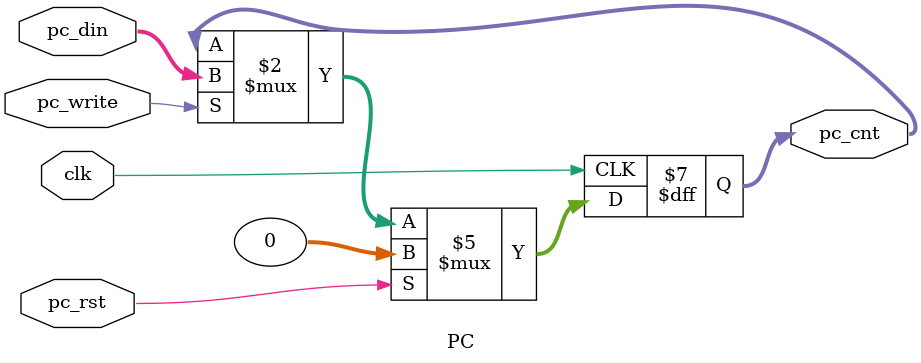
<source format=sv>
`timescale 1ns / 1ps


module PC #(parameter WIDTH=32) (
    input clk, pc_rst, pc_write, 
    input logic [WIDTH-1:0] pc_din,
    output logic  [WIDTH-1:0] pc_cnt);
    
    always_ff @(posedge clk) begin
        if (pc_rst) //synced reset
            begin
            pc_cnt <= 0; //resets cnt to 0
            end
        else if (pc_write)
           begin
                pc_cnt <= pc_din; //load data in
           end
        
     end
endmodule


</source>
